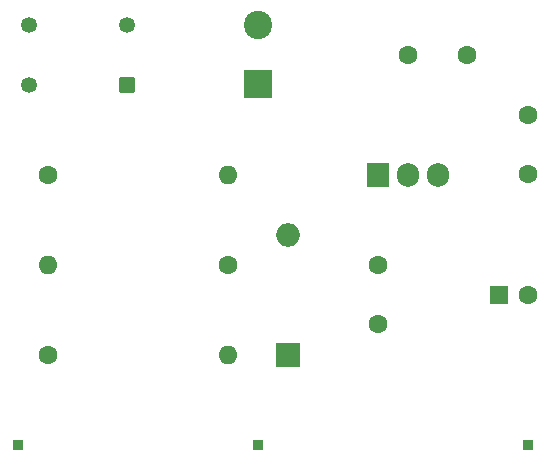
<source format=gbr>
%TF.GenerationSoftware,KiCad,Pcbnew,7.0.10*%
%TF.CreationDate,2024-02-08T23:12:59+01:00*%
%TF.ProjectId,dag-supply,6461672d-7375-4707-906c-792e6b696361,rev?*%
%TF.SameCoordinates,Original*%
%TF.FileFunction,Soldermask,Bot*%
%TF.FilePolarity,Negative*%
%FSLAX46Y46*%
G04 Gerber Fmt 4.6, Leading zero omitted, Abs format (unit mm)*
G04 Created by KiCad (PCBNEW 7.0.10) date 2024-02-08 23:12:59*
%MOMM*%
%LPD*%
G01*
G04 APERTURE LIST*
G04 Aperture macros list*
%AMRoundRect*
0 Rectangle with rounded corners*
0 $1 Rounding radius*
0 $2 $3 $4 $5 $6 $7 $8 $9 X,Y pos of 4 corners*
0 Add a 4 corners polygon primitive as box body*
4,1,4,$2,$3,$4,$5,$6,$7,$8,$9,$2,$3,0*
0 Add four circle primitives for the rounded corners*
1,1,$1+$1,$2,$3*
1,1,$1+$1,$4,$5*
1,1,$1+$1,$6,$7*
1,1,$1+$1,$8,$9*
0 Add four rect primitives between the rounded corners*
20,1,$1+$1,$2,$3,$4,$5,0*
20,1,$1+$1,$4,$5,$6,$7,0*
20,1,$1+$1,$6,$7,$8,$9,0*
20,1,$1+$1,$8,$9,$2,$3,0*%
G04 Aperture macros list end*
%ADD10R,2.400000X2.400000*%
%ADD11C,2.400000*%
%ADD12C,1.600000*%
%ADD13O,1.600000X1.600000*%
%ADD14R,1.600000X1.600000*%
%ADD15R,1.905000X2.000000*%
%ADD16O,1.905000X2.000000*%
%ADD17R,0.850000X0.850000*%
%ADD18R,2.000000X2.000000*%
%ADD19O,2.000000X2.000000*%
%ADD20RoundRect,0.102000X0.570000X0.570000X-0.570000X0.570000X-0.570000X-0.570000X0.570000X-0.570000X0*%
%ADD21C,1.344000*%
G04 APERTURE END LIST*
D10*
%TO.C,C1*%
X73660000Y-53260000D03*
D11*
X73660000Y-48260000D03*
%TD*%
D12*
%TO.C,R3*%
X55880000Y-76200000D03*
D13*
X71120000Y-76200000D03*
%TD*%
D12*
%TO.C,C3*%
X96520000Y-60880000D03*
X96520000Y-55880000D03*
%TD*%
%TO.C,C5*%
X83820000Y-73580000D03*
X83820000Y-68580000D03*
%TD*%
D14*
%TO.C,C4*%
X94020000Y-71120000D03*
D12*
X96520000Y-71120000D03*
%TD*%
D15*
%TO.C,U1*%
X83820000Y-60960000D03*
D16*
X86360000Y-60960000D03*
X88900000Y-60960000D03*
%TD*%
D17*
%TO.C,J2*%
X96520000Y-83820000D03*
%TD*%
%TO.C,J1*%
X73660000Y-83820000D03*
%TD*%
D12*
%TO.C,C2*%
X86360000Y-50800000D03*
X91360000Y-50800000D03*
%TD*%
%TO.C,R2*%
X71120000Y-68580000D03*
D13*
X55880000Y-68580000D03*
%TD*%
D18*
%TO.C,D1*%
X76200000Y-76200000D03*
D19*
X76200000Y-66040000D03*
%TD*%
D12*
%TO.C,R1*%
X55880000Y-60960000D03*
D13*
X71120000Y-60960000D03*
%TD*%
D17*
%TO.C,J3*%
X53340000Y-83820000D03*
%TD*%
D20*
%TO.C,BR1*%
X62545000Y-53350000D03*
D21*
X62545000Y-48250000D03*
X54295000Y-48250000D03*
X54295000Y-53350000D03*
%TD*%
M02*

</source>
